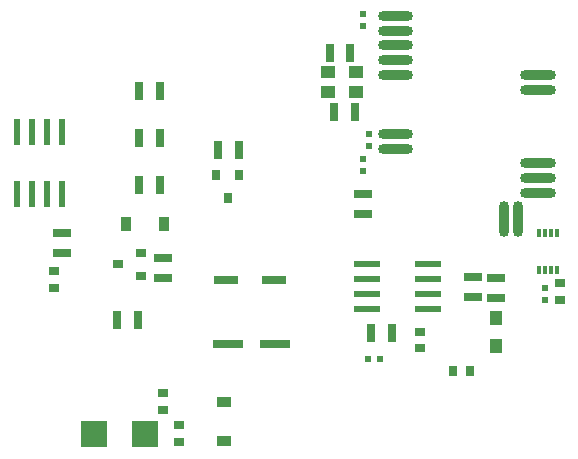
<source format=gtp>
%FSLAX24Y24*%
%MOIN*%
G70*
G01*
G75*
G04 Layer_Color=8421504*
%ADD10R,0.0118X0.0295*%
%ADD11R,0.0236X0.0886*%
%ADD12R,0.0591X0.0295*%
%ADD13R,0.0295X0.0591*%
%ADD14R,0.0354X0.0315*%
%ADD15R,0.0315X0.0354*%
%ADD16R,0.0433X0.0492*%
%ADD17R,0.0492X0.0433*%
%ADD18R,0.0480X0.0358*%
%ADD19R,0.0358X0.0480*%
%ADD20R,0.0906X0.0906*%
%ADD21R,0.0354X0.0315*%
%ADD22R,0.0197X0.0236*%
%ADD23R,0.0236X0.0197*%
%ADD24R,0.0827X0.0315*%
%ADD25R,0.0984X0.0315*%
%ADD26R,0.0315X0.0354*%
%ADD27R,0.0886X0.0236*%
%ADD28C,0.0335*%
%ADD29R,0.0846X0.0335*%
%ADD30R,0.0335X0.0846*%
%ADD31C,0.0197*%
%ADD32C,0.0118*%
%ADD33C,0.0157*%
%ADD34C,0.0177*%
%ADD35C,0.0138*%
%ADD36C,0.0591*%
%ADD37R,0.0591X0.0591*%
%ADD38O,0.0669X0.1181*%
%ADD39C,0.0500*%
%ADD40C,0.0394*%
%ADD41R,0.0630X0.1063*%
%ADD42R,0.2165X0.0827*%
%ADD43R,0.0906X0.0236*%
%ADD44C,0.0100*%
%ADD45C,0.0098*%
%ADD46C,0.0236*%
%ADD47C,0.0394*%
%ADD48C,0.0039*%
%ADD49C,0.0079*%
%ADD50C,0.0150*%
%ADD51C,0.0050*%
%ADD52C,0.0070*%
%ADD53C,0.0069*%
D10*
X17854Y7815D02*
D03*
X18051D02*
D03*
X18248D02*
D03*
X18445D02*
D03*
X17854Y6594D02*
D03*
X18051D02*
D03*
X18248D02*
D03*
X18445D02*
D03*
D11*
X470Y9134D02*
D03*
X970D02*
D03*
X1470D02*
D03*
X1970D02*
D03*
X470Y11181D02*
D03*
X970D02*
D03*
X1470D02*
D03*
X1970D02*
D03*
D12*
X16417Y6329D02*
D03*
Y5640D02*
D03*
X15669Y5669D02*
D03*
Y6358D02*
D03*
X12008Y9124D02*
D03*
Y8435D02*
D03*
X5315Y6309D02*
D03*
Y6998D02*
D03*
X1969Y7825D02*
D03*
Y7136D02*
D03*
D13*
X10876Y13819D02*
D03*
X11565D02*
D03*
X11033Y11850D02*
D03*
X11722D02*
D03*
X12254Y4488D02*
D03*
X12943D02*
D03*
X3789Y4921D02*
D03*
X4478D02*
D03*
X7864Y10591D02*
D03*
X7175D02*
D03*
X5226Y9409D02*
D03*
X4537D02*
D03*
X5226Y10984D02*
D03*
X4537D02*
D03*
Y12559D02*
D03*
X5226D02*
D03*
D14*
X4606Y6398D02*
D03*
Y7146D02*
D03*
X3819Y6772D02*
D03*
D15*
X7854Y9764D02*
D03*
X7106D02*
D03*
X7480Y8976D02*
D03*
D16*
X16417Y4990D02*
D03*
Y4065D02*
D03*
D17*
X11762Y13189D02*
D03*
X10837D02*
D03*
X11762Y12520D02*
D03*
X10837D02*
D03*
D18*
X7362Y892D02*
D03*
Y2179D02*
D03*
D19*
X5368Y8110D02*
D03*
X4081D02*
D03*
D20*
X3012Y1102D02*
D03*
X4715D02*
D03*
D21*
X1693Y6535D02*
D03*
Y5984D02*
D03*
X5315Y2480D02*
D03*
Y1929D02*
D03*
X13898Y4528D02*
D03*
Y3976D02*
D03*
X18543Y6142D02*
D03*
Y5591D02*
D03*
X5866Y866D02*
D03*
Y1417D02*
D03*
D22*
X12205Y10709D02*
D03*
Y11102D02*
D03*
X18071Y5591D02*
D03*
Y5984D02*
D03*
X12008Y14724D02*
D03*
Y15118D02*
D03*
X12008Y10276D02*
D03*
Y9882D02*
D03*
D23*
X12165Y3622D02*
D03*
X12559D02*
D03*
D24*
X7421Y6260D02*
D03*
X9035D02*
D03*
D25*
X9055Y4134D02*
D03*
X7480D02*
D03*
D26*
X15000Y3228D02*
D03*
X15551D02*
D03*
D27*
X14173Y5274D02*
D03*
Y5774D02*
D03*
Y6274D02*
D03*
Y6774D02*
D03*
X12126Y5274D02*
D03*
Y5774D02*
D03*
Y6274D02*
D03*
Y6774D02*
D03*
D28*
X18248Y9154D02*
D03*
X17402D02*
D03*
X18248Y9646D02*
D03*
X17402D02*
D03*
X13504Y10630D02*
D03*
X12657D02*
D03*
X13504Y11122D02*
D03*
X12657D02*
D03*
X13504Y13091D02*
D03*
X12657D02*
D03*
X13504Y13583D02*
D03*
X12657D02*
D03*
X13504Y14075D02*
D03*
X12657D02*
D03*
X13504Y14567D02*
D03*
X12657D02*
D03*
X13504Y15059D02*
D03*
X12657D02*
D03*
X16683Y8711D02*
D03*
Y7864D02*
D03*
X17402Y13091D02*
D03*
X18248D02*
D03*
X17402Y12598D02*
D03*
X18248D02*
D03*
X17402Y10138D02*
D03*
X18248D02*
D03*
X17175Y7864D02*
D03*
Y8711D02*
D03*
D29*
X17825Y9154D02*
D03*
Y9646D02*
D03*
X13081Y10630D02*
D03*
Y11122D02*
D03*
Y13091D02*
D03*
Y13583D02*
D03*
Y14075D02*
D03*
Y14567D02*
D03*
Y15059D02*
D03*
X17825Y13091D02*
D03*
Y12598D02*
D03*
Y10138D02*
D03*
D30*
X16683Y8287D02*
D03*
X17175D02*
D03*
M02*

</source>
